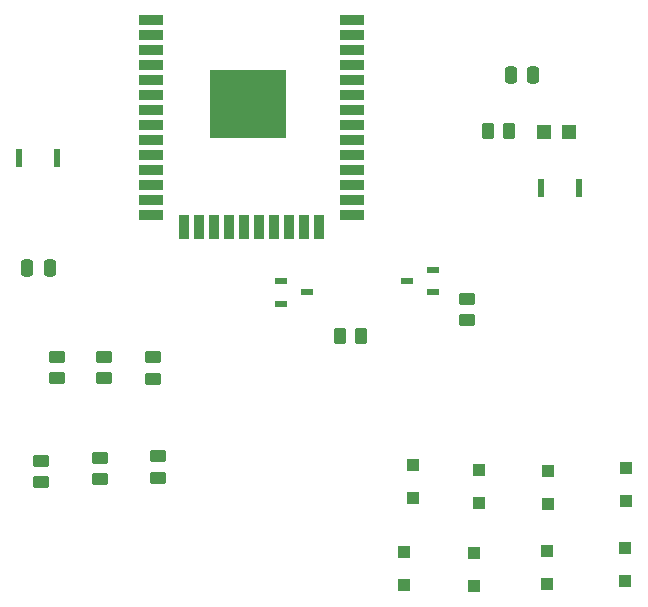
<source format=gbr>
%TF.GenerationSoftware,KiCad,Pcbnew,(6.0.2)*%
%TF.CreationDate,2022-03-09T23:50:44-05:00*%
%TF.ProjectId,car (1),63617220-2831-4292-9e6b-696361645f70,rev?*%
%TF.SameCoordinates,Original*%
%TF.FileFunction,Paste,Top*%
%TF.FilePolarity,Positive*%
%FSLAX46Y46*%
G04 Gerber Fmt 4.6, Leading zero omitted, Abs format (unit mm)*
G04 Created by KiCad (PCBNEW (6.0.2)) date 2022-03-09 23:50:44*
%MOMM*%
%LPD*%
G01*
G04 APERTURE LIST*
G04 Aperture macros list*
%AMRoundRect*
0 Rectangle with rounded corners*
0 $1 Rounding radius*
0 $2 $3 $4 $5 $6 $7 $8 $9 X,Y pos of 4 corners*
0 Add a 4 corners polygon primitive as box body*
4,1,4,$2,$3,$4,$5,$6,$7,$8,$9,$2,$3,0*
0 Add four circle primitives for the rounded corners*
1,1,$1+$1,$2,$3*
1,1,$1+$1,$4,$5*
1,1,$1+$1,$6,$7*
1,1,$1+$1,$8,$9*
0 Add four rect primitives between the rounded corners*
20,1,$1+$1,$2,$3,$4,$5,0*
20,1,$1+$1,$4,$5,$6,$7,0*
20,1,$1+$1,$6,$7,$8,$9,0*
20,1,$1+$1,$8,$9,$2,$3,0*%
G04 Aperture macros list end*
%ADD10R,0.550000X1.500000*%
%ADD11RoundRect,0.250000X-0.450000X0.262500X-0.450000X-0.262500X0.450000X-0.262500X0.450000X0.262500X0*%
%ADD12R,1.100000X1.100000*%
%ADD13RoundRect,0.250000X0.450000X-0.262500X0.450000X0.262500X-0.450000X0.262500X-0.450000X-0.262500X0*%
%ADD14R,1.100000X0.600000*%
%ADD15R,1.200000X1.200000*%
%ADD16RoundRect,0.250000X0.262500X0.450000X-0.262500X0.450000X-0.262500X-0.450000X0.262500X-0.450000X0*%
%ADD17R,2.000000X0.900000*%
%ADD18R,0.900000X2.000000*%
%ADD19R,6.446400X5.783600*%
%ADD20RoundRect,0.250000X0.250000X0.475000X-0.250000X0.475000X-0.250000X-0.475000X0.250000X-0.475000X0*%
%ADD21RoundRect,0.250000X-0.250000X-0.475000X0.250000X-0.475000X0.250000X0.475000X-0.250000X0.475000X0*%
G04 APERTURE END LIST*
D10*
%TO.C,SW2*%
X109269000Y-65546800D03*
X106019000Y-65546800D03*
%TD*%
D11*
%TO.C,R1*%
X65074800Y-79806800D03*
X65074800Y-81631800D03*
%TD*%
D12*
%TO.C,D4*%
X113284000Y-92027200D03*
X113284000Y-89227200D03*
%TD*%
D11*
%TO.C,R2*%
X73609200Y-88241500D03*
X73609200Y-90066500D03*
%TD*%
D13*
%TO.C,R7*%
X99771200Y-76756900D03*
X99771200Y-74931900D03*
%TD*%
D12*
%TO.C,D5*%
X94437200Y-99139200D03*
X94437200Y-96339200D03*
%TD*%
D11*
%TO.C,R4*%
X63703200Y-88647900D03*
X63703200Y-90472900D03*
%TD*%
D12*
%TO.C,D3*%
X106629200Y-92281200D03*
X106629200Y-89481200D03*
%TD*%
D14*
%TO.C,Q2*%
X96908800Y-74356000D03*
X96908800Y-72456000D03*
X94708800Y-73406000D03*
%TD*%
D15*
%TO.C,D9*%
X108390400Y-60807600D03*
X106290400Y-60807600D03*
%TD*%
D16*
%TO.C,R8*%
X90826600Y-78028800D03*
X89001600Y-78028800D03*
%TD*%
D11*
%TO.C,R3*%
X68681600Y-88393900D03*
X68681600Y-90218900D03*
%TD*%
%TO.C,R5*%
X73202800Y-79861400D03*
X73202800Y-81686400D03*
%TD*%
D12*
%TO.C,D6*%
X100380800Y-99240800D03*
X100380800Y-96440800D03*
%TD*%
%TO.C,D2*%
X100838000Y-92230400D03*
X100838000Y-89430400D03*
%TD*%
%TO.C,D1*%
X95199200Y-91773200D03*
X95199200Y-88973200D03*
%TD*%
D10*
%TO.C,SW1*%
X61824200Y-62992000D03*
X65074200Y-62992000D03*
%TD*%
D11*
%TO.C,R6*%
X69037200Y-79808700D03*
X69037200Y-81633700D03*
%TD*%
D17*
%TO.C,IC1*%
X73056800Y-51311800D03*
X73056800Y-52581800D03*
X73056800Y-53851800D03*
X73056800Y-55121800D03*
X73056800Y-56391800D03*
X73056800Y-57661800D03*
X73056800Y-58931800D03*
X73056800Y-60201800D03*
X73056800Y-61471800D03*
X73056800Y-62741800D03*
X73056800Y-64011800D03*
X73056800Y-65281800D03*
X73056800Y-66551800D03*
X73056800Y-67821800D03*
D18*
X75841800Y-68821800D03*
X77111800Y-68821800D03*
X78381800Y-68821800D03*
X79651800Y-68821800D03*
X80921800Y-68821800D03*
X82191800Y-68821800D03*
X83461800Y-68821800D03*
X84731800Y-68821800D03*
X86001800Y-68821800D03*
X87271800Y-68821800D03*
D17*
X90056800Y-67821800D03*
X90056800Y-66551800D03*
X90056800Y-65281800D03*
X90056800Y-64011800D03*
X90056800Y-62741800D03*
X90056800Y-61471800D03*
X90056800Y-60201800D03*
X90056800Y-58931800D03*
X90056800Y-57661800D03*
X90056800Y-56391800D03*
X90056800Y-55121800D03*
X90056800Y-53851800D03*
X90056800Y-52581800D03*
X90056800Y-51311800D03*
D19*
X81280000Y-58420000D03*
%TD*%
D12*
%TO.C,D7*%
X106527600Y-99088400D03*
X106527600Y-96288400D03*
%TD*%
D16*
%TO.C,R10*%
X103376100Y-60706000D03*
X101551100Y-60706000D03*
%TD*%
D20*
%TO.C,C4*%
X105410000Y-55981600D03*
X103510000Y-55981600D03*
%TD*%
D14*
%TO.C,Q1*%
X84040800Y-73421200D03*
X84040800Y-75321200D03*
X86240800Y-74371200D03*
%TD*%
D21*
%TO.C,C5*%
X62565200Y-72288400D03*
X64465200Y-72288400D03*
%TD*%
D12*
%TO.C,D8*%
X113182400Y-98783600D03*
X113182400Y-95983600D03*
%TD*%
M02*

</source>
